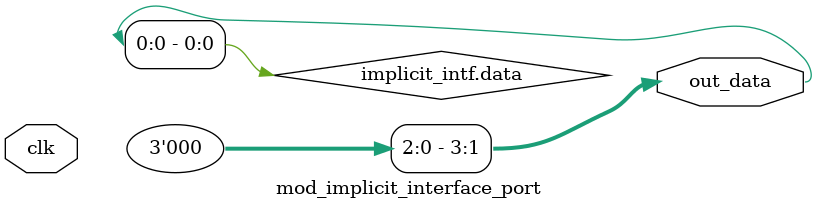
<source format=sv>
interface intf_implicit_port;
    wire data;
endinterface
module mod_implicit_interface_port (
    input bit clk,
    output logic [3:0] out_data
);
    intf_implicit_port implicit_intf ();
    assign out_data = implicit_intf.data;
endmodule


</source>
